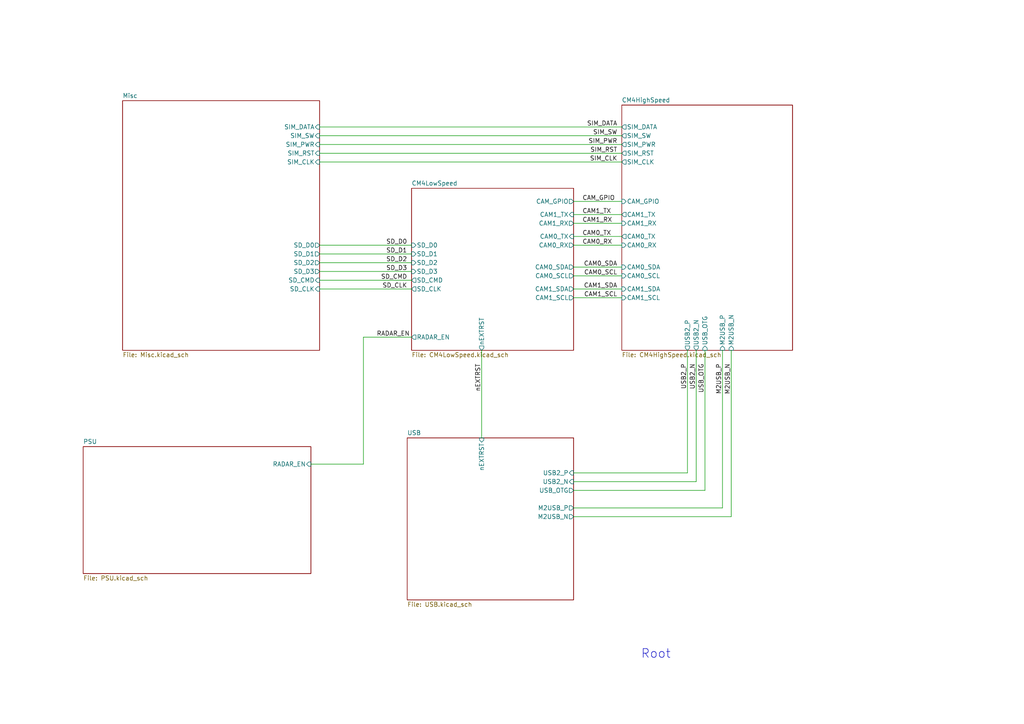
<source format=kicad_sch>
(kicad_sch
	(version 20231120)
	(generator "eeschema")
	(generator_version "8.0")
	(uuid "f3c3da1e-6673-4d7b-b6ca-e2bf88ae07dd")
	(paper "A4")
	(lib_symbols)
	(wire
		(pts
			(xy 92.71 83.82) (xy 119.38 83.82)
		)
		(stroke
			(width 0)
			(type default)
		)
		(uuid "0422b5e8-1f8d-4b2a-bd22-028b29e97cd5")
	)
	(wire
		(pts
			(xy 92.71 81.28) (xy 119.38 81.28)
		)
		(stroke
			(width 0)
			(type default)
		)
		(uuid "05cfbf43-b243-455f-8484-c6d8e535a227")
	)
	(wire
		(pts
			(xy 166.37 137.16) (xy 199.39 137.16)
		)
		(stroke
			(width 0)
			(type default)
		)
		(uuid "09c527bf-6b94-4017-abf8-3efcb0595677")
	)
	(wire
		(pts
			(xy 209.55 101.6) (xy 209.55 147.32)
		)
		(stroke
			(width 0)
			(type default)
		)
		(uuid "1a92e94c-f893-4464-b7da-3ff12c59bdfb")
	)
	(wire
		(pts
			(xy 166.37 86.36) (xy 180.34 86.36)
		)
		(stroke
			(width 0)
			(type default)
		)
		(uuid "1f6dea3c-7345-415d-9481-ad8790edca50")
	)
	(wire
		(pts
			(xy 166.37 71.12) (xy 180.34 71.12)
		)
		(stroke
			(width 0)
			(type default)
		)
		(uuid "28a277e5-3387-4242-b6e7-3272001d3060")
	)
	(wire
		(pts
			(xy 92.71 36.83) (xy 180.34 36.83)
		)
		(stroke
			(width 0)
			(type default)
		)
		(uuid "302cb35a-bbb3-4ee2-826b-9dc5c9b332bb")
	)
	(wire
		(pts
			(xy 166.37 80.01) (xy 180.34 80.01)
		)
		(stroke
			(width 0)
			(type default)
		)
		(uuid "30e4a6f5-e147-403d-b9d5-6e5974456a80")
	)
	(wire
		(pts
			(xy 139.7 101.6) (xy 139.7 127)
		)
		(stroke
			(width 0)
			(type default)
		)
		(uuid "37d96ee4-e7ac-4dc0-a553-40350e7f4bfa")
	)
	(wire
		(pts
			(xy 204.47 101.6) (xy 204.47 142.24)
		)
		(stroke
			(width 0)
			(type default)
		)
		(uuid "45cfcd2f-c2d9-487f-862d-5dcd833ff912")
	)
	(wire
		(pts
			(xy 166.37 149.86) (xy 212.09 149.86)
		)
		(stroke
			(width 0)
			(type default)
		)
		(uuid "481cb916-1584-4e80-a722-a8ea5ca9be1d")
	)
	(wire
		(pts
			(xy 212.09 149.86) (xy 212.09 101.6)
		)
		(stroke
			(width 0)
			(type default)
		)
		(uuid "4a37ba3a-c210-4b27-a5ce-bc2b9fccb42b")
	)
	(wire
		(pts
			(xy 166.37 62.23) (xy 180.34 62.23)
		)
		(stroke
			(width 0)
			(type default)
		)
		(uuid "4b543890-4800-46b2-be8a-323652b33c86")
	)
	(wire
		(pts
			(xy 166.37 139.7) (xy 201.93 139.7)
		)
		(stroke
			(width 0)
			(type default)
		)
		(uuid "517b7c04-647c-4a3d-a550-f1119d2d9ae2")
	)
	(wire
		(pts
			(xy 92.71 76.2) (xy 119.38 76.2)
		)
		(stroke
			(width 0)
			(type default)
		)
		(uuid "58ec7384-a1aa-4115-9827-a4a2b1f9258c")
	)
	(wire
		(pts
			(xy 92.71 71.12) (xy 119.38 71.12)
		)
		(stroke
			(width 0)
			(type default)
		)
		(uuid "6f813667-8f36-4c7d-9948-011c8756e14f")
	)
	(wire
		(pts
			(xy 92.71 73.66) (xy 119.38 73.66)
		)
		(stroke
			(width 0)
			(type default)
		)
		(uuid "816b2ea0-ac36-4bef-9977-3e4ab9d7c112")
	)
	(wire
		(pts
			(xy 92.71 78.74) (xy 119.38 78.74)
		)
		(stroke
			(width 0)
			(type default)
		)
		(uuid "91b33503-3a2d-4705-aab2-9710016e475f")
	)
	(wire
		(pts
			(xy 166.37 68.58) (xy 180.34 68.58)
		)
		(stroke
			(width 0)
			(type default)
		)
		(uuid "9987332b-f758-4708-8aa0-3327b8aba113")
	)
	(wire
		(pts
			(xy 92.71 41.91) (xy 180.34 41.91)
		)
		(stroke
			(width 0)
			(type default)
		)
		(uuid "99be2a00-a339-422d-b0b1-02c0b6094a7e")
	)
	(wire
		(pts
			(xy 119.38 97.79) (xy 105.41 97.79)
		)
		(stroke
			(width 0)
			(type default)
		)
		(uuid "9fda842b-9551-4c63-8f99-77898372a76f")
	)
	(wire
		(pts
			(xy 92.71 44.45) (xy 180.34 44.45)
		)
		(stroke
			(width 0)
			(type default)
		)
		(uuid "a8aef443-ef68-4cf8-ad1e-ebe46d3da74f")
	)
	(wire
		(pts
			(xy 201.93 101.6) (xy 201.93 139.7)
		)
		(stroke
			(width 0)
			(type default)
		)
		(uuid "abbb2562-9e77-4609-9018-56ea5b130cb4")
	)
	(wire
		(pts
			(xy 166.37 83.82) (xy 180.34 83.82)
		)
		(stroke
			(width 0)
			(type default)
		)
		(uuid "bd8e6a52-d983-4b2a-a834-ccfeaf76c442")
	)
	(wire
		(pts
			(xy 105.41 134.62) (xy 90.17 134.62)
		)
		(stroke
			(width 0)
			(type default)
		)
		(uuid "c1fd1276-b29b-4f36-b562-4b74825acc0d")
	)
	(wire
		(pts
			(xy 204.47 142.24) (xy 166.37 142.24)
		)
		(stroke
			(width 0)
			(type default)
		)
		(uuid "d159b4b6-ba36-4cf4-944e-3d5ad333a43c")
	)
	(wire
		(pts
			(xy 92.71 39.37) (xy 180.34 39.37)
		)
		(stroke
			(width 0)
			(type default)
		)
		(uuid "d87990b5-6832-43b3-bfc5-1bdcb862041c")
	)
	(wire
		(pts
			(xy 209.55 147.32) (xy 166.37 147.32)
		)
		(stroke
			(width 0)
			(type default)
		)
		(uuid "dc13e589-5484-4314-8b19-924bc9084e48")
	)
	(wire
		(pts
			(xy 166.37 58.42) (xy 180.34 58.42)
		)
		(stroke
			(width 0)
			(type default)
		)
		(uuid "dd394151-4aaf-40e5-9de4-3f40ed7a4fdc")
	)
	(wire
		(pts
			(xy 199.39 101.6) (xy 199.39 137.16)
		)
		(stroke
			(width 0)
			(type default)
		)
		(uuid "e3327909-cef2-44df-ada6-d400197bf081")
	)
	(wire
		(pts
			(xy 166.37 64.77) (xy 180.34 64.77)
		)
		(stroke
			(width 0)
			(type default)
		)
		(uuid "e5648acf-9813-49d9-a575-be462f781b9c")
	)
	(wire
		(pts
			(xy 105.41 97.79) (xy 105.41 134.62)
		)
		(stroke
			(width 0)
			(type default)
		)
		(uuid "ecdc2817-911b-4015-9718-3ee8c748ad14")
	)
	(wire
		(pts
			(xy 166.37 77.47) (xy 180.34 77.47)
		)
		(stroke
			(width 0)
			(type default)
		)
		(uuid "f0469e49-5db6-4f16-a2c0-cd55010b8897")
	)
	(wire
		(pts
			(xy 92.71 46.99) (xy 180.34 46.99)
		)
		(stroke
			(width 0)
			(type default)
		)
		(uuid "f47c6a6b-53c0-4e36-b0f8-3fdc2047a218")
	)
	(text "Root"
		(exclude_from_sim no)
		(at 190.246 189.738 0)
		(effects
			(font
				(size 2.54 2.54)
			)
		)
		(uuid "19521d38-4b21-45bd-8a40-c9e86fd273b7")
	)
	(label "SIM_CLK"
		(at 179.07 46.99 180)
		(fields_autoplaced yes)
		(effects
			(font
				(size 1.27 1.27)
			)
			(justify right bottom)
		)
		(uuid "0221430d-b66e-40dd-8443-449c07b4c60b")
	)
	(label "nEXTRST"
		(at 139.7 105.41 270)
		(fields_autoplaced yes)
		(effects
			(font
				(size 1.27 1.27)
			)
			(justify right bottom)
		)
		(uuid "03ae2aa5-5520-4d69-b85f-168cb2900bcb")
	)
	(label "SD_D1"
		(at 118.11 73.66 180)
		(fields_autoplaced yes)
		(effects
			(font
				(size 1.27 1.27)
			)
			(justify right bottom)
		)
		(uuid "1e6fbf30-0013-4052-a4a8-c2eb4a810145")
	)
	(label "SIM_DATA"
		(at 179.07 36.83 180)
		(fields_autoplaced yes)
		(effects
			(font
				(size 1.27 1.27)
			)
			(justify right bottom)
		)
		(uuid "2665d920-1dbe-4b37-9fca-1accbb14c650")
	)
	(label "SIM_PWR"
		(at 179.07 41.91 180)
		(fields_autoplaced yes)
		(effects
			(font
				(size 1.27 1.27)
			)
			(justify right bottom)
		)
		(uuid "34dd1332-4b04-4bd2-b588-cf91d53278c6")
	)
	(label "USB2_P"
		(at 199.39 105.41 270)
		(fields_autoplaced yes)
		(effects
			(font
				(size 1.27 1.27)
			)
			(justify right bottom)
		)
		(uuid "3b76d624-81f2-4d15-bf9f-e0382b074d17")
	)
	(label "SIM_RST"
		(at 179.07 44.45 180)
		(fields_autoplaced yes)
		(effects
			(font
				(size 1.27 1.27)
			)
			(justify right bottom)
		)
		(uuid "4767fbc1-da45-44ef-a3f0-1075de9e307b")
	)
	(label "CAM1_SDA"
		(at 179.07 83.82 180)
		(fields_autoplaced yes)
		(effects
			(font
				(size 1.27 1.27)
			)
			(justify right bottom)
		)
		(uuid "567a1b40-9e92-4e27-90f3-8f789b034b7d")
	)
	(label "CAM1_SCL"
		(at 179.07 86.36 180)
		(fields_autoplaced yes)
		(effects
			(font
				(size 1.27 1.27)
			)
			(justify right bottom)
		)
		(uuid "60acaca1-e373-431b-8202-2923a2a59c6a")
	)
	(label "CAM0_SDA"
		(at 179.07 77.47 180)
		(fields_autoplaced yes)
		(effects
			(font
				(size 1.27 1.27)
			)
			(justify right bottom)
		)
		(uuid "694354a6-b88b-4318-b39c-451313cb100a")
	)
	(label "CAM0_RX"
		(at 168.91 71.12 0)
		(fields_autoplaced yes)
		(effects
			(font
				(size 1.27 1.27)
			)
			(justify left bottom)
		)
		(uuid "6f19bd48-fc2a-4497-8c58-72b746464a75")
	)
	(label "SD_D3"
		(at 118.11 78.74 180)
		(fields_autoplaced yes)
		(effects
			(font
				(size 1.27 1.27)
			)
			(justify right bottom)
		)
		(uuid "711f83d8-356d-411a-8b49-9b2717cfe901")
	)
	(label "SIM_SW"
		(at 179.07 39.37 180)
		(fields_autoplaced yes)
		(effects
			(font
				(size 1.27 1.27)
			)
			(justify right bottom)
		)
		(uuid "72e26337-a695-4413-89e2-405bcc7d985e")
	)
	(label "CAM0_SCL"
		(at 179.07 80.01 180)
		(fields_autoplaced yes)
		(effects
			(font
				(size 1.27 1.27)
			)
			(justify right bottom)
		)
		(uuid "73a07872-502d-4c8e-b49e-72bee88d45a6")
	)
	(label "M2USB_N"
		(at 212.09 105.41 270)
		(fields_autoplaced yes)
		(effects
			(font
				(size 1.27 1.27)
			)
			(justify right bottom)
		)
		(uuid "7e3020f2-f1b6-4ac9-925b-787e7d083660")
	)
	(label "RADAR_EN"
		(at 109.22 97.79 0)
		(fields_autoplaced yes)
		(effects
			(font
				(size 1.27 1.27)
			)
			(justify left bottom)
		)
		(uuid "82bbd35e-dc64-46a7-8c6d-5c7b0873bf9d")
	)
	(label "SD_D2"
		(at 118.11 76.2 180)
		(fields_autoplaced yes)
		(effects
			(font
				(size 1.27 1.27)
			)
			(justify right bottom)
		)
		(uuid "88e0d493-5b82-4e14-9215-c6b19cfd4b31")
	)
	(label "M2USB_P"
		(at 209.55 105.41 270)
		(fields_autoplaced yes)
		(effects
			(font
				(size 1.27 1.27)
			)
			(justify right bottom)
		)
		(uuid "9300d160-e5e0-46ab-a30c-b57dbeaf61a8")
	)
	(label "SD_CMD"
		(at 118.11 81.28 180)
		(fields_autoplaced yes)
		(effects
			(font
				(size 1.27 1.27)
			)
			(justify right bottom)
		)
		(uuid "9b4502e8-5c22-43c8-938e-a06908f82c21")
	)
	(label "CAM1_TX"
		(at 168.91 62.23 0)
		(fields_autoplaced yes)
		(effects
			(font
				(size 1.27 1.27)
			)
			(justify left bottom)
		)
		(uuid "a9476ac9-605d-4bc3-ae1d-831e147f2d3c")
	)
	(label "USB2_N"
		(at 201.93 105.41 270)
		(fields_autoplaced yes)
		(effects
			(font
				(size 1.27 1.27)
			)
			(justify right bottom)
		)
		(uuid "ac65ecc2-66a5-4bec-bf06-668a3f3db122")
	)
	(label "CAM1_RX"
		(at 168.91 64.77 0)
		(fields_autoplaced yes)
		(effects
			(font
				(size 1.27 1.27)
			)
			(justify left bottom)
		)
		(uuid "b11aacb5-3de5-4a45-a9d0-c85392817ea9")
	)
	(label "SD_CLK"
		(at 118.11 83.82 180)
		(fields_autoplaced yes)
		(effects
			(font
				(size 1.27 1.27)
			)
			(justify right bottom)
		)
		(uuid "d2f59e55-67a1-4fe9-ba30-7549b1d8712c")
	)
	(label "SD_D0"
		(at 118.11 71.12 180)
		(fields_autoplaced yes)
		(effects
			(font
				(size 1.27 1.27)
			)
			(justify right bottom)
		)
		(uuid "d31c3c59-2811-46e3-ab26-1be34abb4e66")
	)
	(label "CAM_GPIO"
		(at 168.91 58.42 0)
		(fields_autoplaced yes)
		(effects
			(font
				(size 1.27 1.27)
			)
			(justify left bottom)
		)
		(uuid "d8445c58-b67c-4467-a654-a52431dac9d3")
	)
	(label "USB_OTG"
		(at 204.47 105.41 270)
		(fields_autoplaced yes)
		(effects
			(font
				(size 1.27 1.27)
			)
			(justify right bottom)
		)
		(uuid "dae26d80-7303-4254-bfc7-0e7a6eee6705")
	)
	(label "CAM0_TX"
		(at 168.91 68.58 0)
		(fields_autoplaced yes)
		(effects
			(font
				(size 1.27 1.27)
			)
			(justify left bottom)
		)
		(uuid "ec79f48f-b370-484b-909f-fcaf08d6ead5")
	)
	(sheet
		(at 180.34 30.48)
		(size 49.53 71.12)
		(fields_autoplaced yes)
		(stroke
			(width 0.1524)
			(type solid)
		)
		(fill
			(color 0 0 0 0.0000)
		)
		(uuid "634163e8-7bc5-4085-9ee3-632a786b45f9")
		(property "Sheetname" "CM4HighSpeed"
			(at 180.34 29.7684 0)
			(effects
				(font
					(size 1.27 1.27)
				)
				(justify left bottom)
			)
		)
		(property "Sheetfile" "CM4HighSpeed.kicad_sch"
			(at 180.34 102.1846 0)
			(effects
				(font
					(size 1.27 1.27)
				)
				(justify left top)
			)
		)
		(pin "USB2_P" output
			(at 199.39 101.6 270)
			(effects
				(font
					(size 1.27 1.27)
				)
				(justify left)
			)
			(uuid "7fcf3848-f106-4c01-8f5e-ca6be936888c")
		)
		(pin "USB2_N" output
			(at 201.93 101.6 270)
			(effects
				(font
					(size 1.27 1.27)
				)
				(justify left)
			)
			(uuid "5a6ee349-09cb-4f8c-a066-98912c888b0b")
		)
		(pin "USB_OTG" input
			(at 204.47 101.6 270)
			(effects
				(font
					(size 1.27 1.27)
				)
				(justify left)
			)
			(uuid "7c4ec9c5-7a9f-4685-ab4a-8e783895e67a")
		)
		(pin "CAM1_SCL" input
			(at 180.34 86.36 180)
			(effects
				(font
					(size 1.27 1.27)
				)
				(justify left)
			)
			(uuid "450cb573-6c07-4ac8-9918-aa3423476342")
		)
		(pin "CAM1_SDA" input
			(at 180.34 83.82 180)
			(effects
				(font
					(size 1.27 1.27)
				)
				(justify left)
			)
			(uuid "f985ebed-2697-4c96-b9b4-a56e94935583")
		)
		(pin "CAM0_SDA" input
			(at 180.34 77.47 180)
			(effects
				(font
					(size 1.27 1.27)
				)
				(justify left)
			)
			(uuid "90400908-561c-4ebf-a594-1b1c6c99507e")
		)
		(pin "CAM0_SCL" input
			(at 180.34 80.01 180)
			(effects
				(font
					(size 1.27 1.27)
				)
				(justify left)
			)
			(uuid "764d9939-92ea-4ef0-aadf-5a131d5bf21f")
		)
		(pin "SIM_CLK" output
			(at 180.34 46.99 180)
			(effects
				(font
					(size 1.27 1.27)
				)
				(justify left)
			)
			(uuid "915db38d-d6a9-4078-8744-3878b46ded4f")
		)
		(pin "SIM_PWR" output
			(at 180.34 41.91 180)
			(effects
				(font
					(size 1.27 1.27)
				)
				(justify left)
			)
			(uuid "37b653fc-ff7e-4aec-a362-b5852840af5f")
		)
		(pin "SIM_DATA" output
			(at 180.34 36.83 180)
			(effects
				(font
					(size 1.27 1.27)
				)
				(justify left)
			)
			(uuid "5d45dc59-2dc1-46d1-8d6b-1826c30ce1b1")
		)
		(pin "SIM_RST" output
			(at 180.34 44.45 180)
			(effects
				(font
					(size 1.27 1.27)
				)
				(justify left)
			)
			(uuid "2b962ac5-85a4-4b85-ace2-2b89a5442b37")
		)
		(pin "SIM_SW" output
			(at 180.34 39.37 180)
			(effects
				(font
					(size 1.27 1.27)
				)
				(justify left)
			)
			(uuid "427f4121-a92a-4ae7-875b-be1ac6117908")
		)
		(pin "M2USB_N" input
			(at 212.09 101.6 270)
			(effects
				(font
					(size 1.27 1.27)
				)
				(justify left)
			)
			(uuid "688f18d7-f394-4da8-9feb-8175caa7ce7e")
		)
		(pin "M2USB_P" input
			(at 209.55 101.6 270)
			(effects
				(font
					(size 1.27 1.27)
				)
				(justify left)
			)
			(uuid "526622c0-e428-4fe6-bb5e-338b2bd21873")
		)
		(pin "CAM0_RX" input
			(at 180.34 71.12 180)
			(effects
				(font
					(size 1.27 1.27)
				)
				(justify left)
			)
			(uuid "2adc3a39-65a7-44be-9c4e-225fe131a538")
		)
		(pin "CAM0_TX" output
			(at 180.34 68.58 180)
			(effects
				(font
					(size 1.27 1.27)
				)
				(justify left)
			)
			(uuid "0a7b0cc0-ca06-4f38-913c-8820d7b3eb32")
		)
		(pin "CAM_GPIO" input
			(at 180.34 58.42 180)
			(effects
				(font
					(size 1.27 1.27)
				)
				(justify left)
			)
			(uuid "7e24f9c9-b961-4c1c-8a93-2bfd448d770a")
		)
		(pin "CAM1_RX" input
			(at 180.34 64.77 180)
			(effects
				(font
					(size 1.27 1.27)
				)
				(justify left)
			)
			(uuid "dc1eaa68-1992-41d8-a124-4ac83ad555b9")
		)
		(pin "CAM1_TX" output
			(at 180.34 62.23 180)
			(effects
				(font
					(size 1.27 1.27)
				)
				(justify left)
			)
			(uuid "e605d984-4b00-4c4c-934e-6e94cb5f2816")
		)
		(instances
			(project "CM4RadarBoard"
				(path "/f3c3da1e-6673-4d7b-b6ca-e2bf88ae07dd"
					(page "2")
				)
			)
		)
	)
	(sheet
		(at 119.38 54.61)
		(size 46.99 46.99)
		(fields_autoplaced yes)
		(stroke
			(width 0.1524)
			(type solid)
		)
		(fill
			(color 0 0 0 0.0000)
		)
		(uuid "84f8c7d3-052d-4ee2-aa26-e86d473249b5")
		(property "Sheetname" "CM4LowSpeed"
			(at 119.38 53.8984 0)
			(effects
				(font
					(size 1.27 1.27)
				)
				(justify left bottom)
			)
		)
		(property "Sheetfile" "CM4LowSpeed.kicad_sch"
			(at 119.38 102.1846 0)
			(effects
				(font
					(size 1.27 1.27)
				)
				(justify left top)
			)
		)
		(pin "SD_D0" input
			(at 119.38 71.12 180)
			(effects
				(font
					(size 1.27 1.27)
				)
				(justify left)
			)
			(uuid "f08315d6-014b-437d-8cb8-a01042020e0b")
		)
		(pin "SD_D3" input
			(at 119.38 78.74 180)
			(effects
				(font
					(size 1.27 1.27)
				)
				(justify left)
			)
			(uuid "63b7e21a-3df0-4975-a7a4-b6bf8d4a39b3")
		)
		(pin "SD_D1" input
			(at 119.38 73.66 180)
			(effects
				(font
					(size 1.27 1.27)
				)
				(justify left)
			)
			(uuid "3b01887a-8513-4b52-9a77-d0abef2b5426")
		)
		(pin "SD_D2" input
			(at 119.38 76.2 180)
			(effects
				(font
					(size 1.27 1.27)
				)
				(justify left)
			)
			(uuid "2655bfcd-ad17-4147-8ed3-fd2d618276c5")
		)
		(pin "CAM0_SCL" output
			(at 166.37 80.01 0)
			(effects
				(font
					(size 1.27 1.27)
				)
				(justify right)
			)
			(uuid "a7bdbf21-ed50-416b-a478-4b70af2b815d")
		)
		(pin "CAM1_SCL" output
			(at 166.37 86.36 0)
			(effects
				(font
					(size 1.27 1.27)
				)
				(justify right)
			)
			(uuid "f79fea14-d145-4a62-8f49-254c6a37684a")
		)
		(pin "CAM1_SDA" output
			(at 166.37 83.82 0)
			(effects
				(font
					(size 1.27 1.27)
				)
				(justify right)
			)
			(uuid "8b139387-63ce-406c-9cd2-a7c78e42f9c3")
		)
		(pin "CAM0_SDA" output
			(at 166.37 77.47 0)
			(effects
				(font
					(size 1.27 1.27)
				)
				(justify right)
			)
			(uuid "87cce809-50b9-45ee-8fc1-8740e02a7390")
		)
		(pin "SD_CLK" output
			(at 119.38 83.82 180)
			(effects
				(font
					(size 1.27 1.27)
				)
				(justify left)
			)
			(uuid "6b7cc6d4-a1ab-438b-b9e1-5919cc116bb0")
		)
		(pin "SD_CMD" output
			(at 119.38 81.28 180)
			(effects
				(font
					(size 1.27 1.27)
				)
				(justify left)
			)
			(uuid "a71d5ee0-236c-4af7-9622-85726e42b6f6")
		)
		(pin "nEXTRST" output
			(at 139.7 101.6 270)
			(effects
				(font
					(size 1.27 1.27)
				)
				(justify left)
			)
			(uuid "8875eea6-f483-4e9d-b338-83a4e10eb09d")
		)
		(pin "CAM_GPIO" output
			(at 166.37 58.42 0)
			(effects
				(font
					(size 1.27 1.27)
				)
				(justify right)
			)
			(uuid "958d1d07-d4a3-48d4-a0aa-bd1575a193e4")
		)
		(pin "CAM1_RX" output
			(at 166.37 64.77 0)
			(effects
				(font
					(size 1.27 1.27)
				)
				(justify right)
			)
			(uuid "7108b0e9-c841-4a28-9571-6f424f50f933")
		)
		(pin "CAM0_RX" output
			(at 166.37 71.12 0)
			(effects
				(font
					(size 1.27 1.27)
				)
				(justify right)
			)
			(uuid "887453f5-3901-4b98-9e58-585a5e2d029f")
		)
		(pin "CAM1_TX" input
			(at 166.37 62.23 0)
			(effects
				(font
					(size 1.27 1.27)
				)
				(justify right)
			)
			(uuid "876e3f74-6bee-47c1-b21e-bf7d6937e7c2")
		)
		(pin "CAM0_TX" input
			(at 166.37 68.58 0)
			(effects
				(font
					(size 1.27 1.27)
				)
				(justify right)
			)
			(uuid "dfb7b525-f168-4a8c-b101-eee0bf245353")
		)
		(pin "RADAR_EN" output
			(at 119.38 97.79 180)
			(effects
				(font
					(size 1.27 1.27)
				)
				(justify left)
			)
			(uuid "0630031f-976c-4857-9ab6-3613543ce27a")
		)
		(instances
			(project "CM4RadarBoard"
				(path "/f3c3da1e-6673-4d7b-b6ca-e2bf88ae07dd"
					(page "3")
				)
			)
		)
	)
	(sheet
		(at 35.56 29.21)
		(size 57.15 72.39)
		(fields_autoplaced yes)
		(stroke
			(width 0.1524)
			(type solid)
		)
		(fill
			(color 0 0 0 0.0000)
		)
		(uuid "9168e733-5349-416c-8095-c77d675d0ca5")
		(property "Sheetname" "Misc"
			(at 35.56 28.4984 0)
			(effects
				(font
					(size 1.27 1.27)
				)
				(justify left bottom)
			)
		)
		(property "Sheetfile" "Misc.kicad_sch"
			(at 35.56 102.1846 0)
			(effects
				(font
					(size 1.27 1.27)
				)
				(justify left top)
			)
		)
		(pin "SIM_DATA" input
			(at 92.71 36.83 0)
			(effects
				(font
					(size 1.27 1.27)
				)
				(justify right)
			)
			(uuid "04e02a41-1f4d-4eab-808a-e7b8578cceca")
		)
		(pin "SIM_SW" input
			(at 92.71 39.37 0)
			(effects
				(font
					(size 1.27 1.27)
				)
				(justify right)
			)
			(uuid "048a08e0-88d7-4b08-8552-ad3c29ad7ebe")
		)
		(pin "SIM_PWR" input
			(at 92.71 41.91 0)
			(effects
				(font
					(size 1.27 1.27)
				)
				(justify right)
			)
			(uuid "f15453cb-a19e-4fa9-9669-8a38cb16a6e3")
		)
		(pin "SIM_RST" input
			(at 92.71 44.45 0)
			(effects
				(font
					(size 1.27 1.27)
				)
				(justify right)
			)
			(uuid "2499039a-53b6-4176-86bc-2d6913e0678f")
		)
		(pin "SIM_CLK" input
			(at 92.71 46.99 0)
			(effects
				(font
					(size 1.27 1.27)
				)
				(justify right)
			)
			(uuid "137ec50d-da0d-49c6-87ec-b98d997becab")
		)
		(pin "SD_CMD" input
			(at 92.71 81.28 0)
			(effects
				(font
					(size 1.27 1.27)
				)
				(justify right)
			)
			(uuid "4cd03c19-42c2-404a-ab93-5fd5b3affae7")
		)
		(pin "SD_CLK" input
			(at 92.71 83.82 0)
			(effects
				(font
					(size 1.27 1.27)
				)
				(justify right)
			)
			(uuid "34434374-c489-4775-8d10-00e6c2924895")
		)
		(pin "SD_D2" output
			(at 92.71 76.2 0)
			(effects
				(font
					(size 1.27 1.27)
				)
				(justify right)
			)
			(uuid "d161e034-de31-467d-a3db-cd9a55999d9c")
		)
		(pin "SD_D3" output
			(at 92.71 78.74 0)
			(effects
				(font
					(size 1.27 1.27)
				)
				(justify right)
			)
			(uuid "c12b5510-ac57-4b7a-af56-b07de0669b02")
		)
		(pin "SD_D0" output
			(at 92.71 71.12 0)
			(effects
				(font
					(size 1.27 1.27)
				)
				(justify right)
			)
			(uuid "9138d563-7a48-4535-bf46-3448f9979a10")
		)
		(pin "SD_D1" output
			(at 92.71 73.66 0)
			(effects
				(font
					(size 1.27 1.27)
				)
				(justify right)
			)
			(uuid "42d3ab24-ca55-40ca-aca4-05b0748f5287")
		)
		(instances
			(project "CM4RadarBoard"
				(path "/f3c3da1e-6673-4d7b-b6ca-e2bf88ae07dd"
					(page "5")
				)
			)
		)
	)
	(sheet
		(at 24.13 129.54)
		(size 66.04 36.83)
		(fields_autoplaced yes)
		(stroke
			(width 0.1524)
			(type solid)
		)
		(fill
			(color 0 0 0 0.0000)
		)
		(uuid "d74e3617-ee1a-4786-8421-35df46beda3f")
		(property "Sheetname" "PSU"
			(at 24.13 128.8284 0)
			(effects
				(font
					(size 1.27 1.27)
				)
				(justify left bottom)
			)
		)
		(property "Sheetfile" "PSU.kicad_sch"
			(at 24.13 166.9546 0)
			(effects
				(font
					(size 1.27 1.27)
				)
				(justify left top)
			)
		)
		(pin "RADAR_EN" input
			(at 90.17 134.62 0)
			(effects
				(font
					(size 1.27 1.27)
				)
				(justify right)
			)
			(uuid "646c5080-74f5-4180-8ed1-80aa021fec92")
		)
		(instances
			(project "CM4RadarBoard"
				(path "/f3c3da1e-6673-4d7b-b6ca-e2bf88ae07dd"
					(page "4")
				)
			)
		)
	)
	(sheet
		(at 118.11 127)
		(size 48.26 46.99)
		(fields_autoplaced yes)
		(stroke
			(width 0.1524)
			(type solid)
		)
		(fill
			(color 0 0 0 0.0000)
		)
		(uuid "f02789f0-9d9e-4505-a8f7-0943339ac7bb")
		(property "Sheetname" "USB"
			(at 118.11 126.2884 0)
			(effects
				(font
					(size 1.27 1.27)
				)
				(justify left bottom)
			)
		)
		(property "Sheetfile" "USB.kicad_sch"
			(at 118.11 174.5746 0)
			(effects
				(font
					(size 1.27 1.27)
				)
				(justify left top)
			)
		)
		(pin "nEXTRST" input
			(at 139.7 127 90)
			(effects
				(font
					(size 1.27 1.27)
				)
				(justify right)
			)
			(uuid "8d3fd351-92d7-4582-a341-908a85cdce08")
		)
		(pin "USB2_P" input
			(at 166.37 137.16 0)
			(effects
				(font
					(size 1.27 1.27)
				)
				(justify right)
			)
			(uuid "b2229ad4-2a14-47fd-85e1-f8f12934fc0e")
		)
		(pin "USB2_N" input
			(at 166.37 139.7 0)
			(effects
				(font
					(size 1.27 1.27)
				)
				(justify right)
			)
			(uuid "5dbb5c96-7d24-4112-aa29-3649d237432f")
		)
		(pin "USB_OTG" output
			(at 166.37 142.24 0)
			(effects
				(font
					(size 1.27 1.27)
				)
				(justify right)
			)
			(uuid "0b0fbd0b-e869-41e5-9cac-7dd1a9543f09")
		)
		(pin "M2USB_P" output
			(at 166.37 147.32 0)
			(effects
				(font
					(size 1.27 1.27)
				)
				(justify right)
			)
			(uuid "a7f86dec-c9b4-45eb-b6f7-cefe1f530294")
		)
		(pin "M2USB_N" output
			(at 166.37 149.86 0)
			(effects
				(font
					(size 1.27 1.27)
				)
				(justify right)
			)
			(uuid "fe759d7b-b4e1-426c-a0df-1386f95e2506")
		)
		(instances
			(project "CM4RadarBoard"
				(path "/f3c3da1e-6673-4d7b-b6ca-e2bf88ae07dd"
					(page "6")
				)
			)
		)
	)
	(sheet_instances
		(path "/"
			(page "1")
		)
	)
)

</source>
